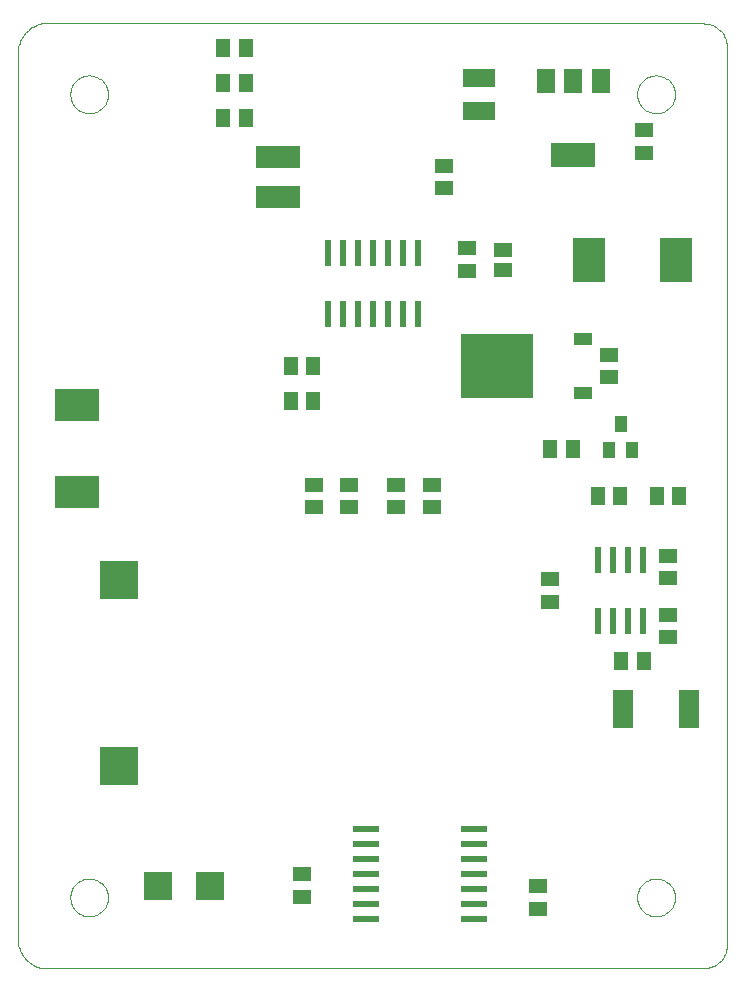
<source format=gtp>
G75*
G70*
%OFA0B0*%
%FSLAX24Y24*%
%IPPOS*%
%LPD*%
%AMOC8*
5,1,8,0,0,1.08239X$1,22.5*
%
%ADD10C,0.0000*%
%ADD11R,0.0591X0.0512*%
%ADD12R,0.0512X0.0591*%
%ADD13R,0.1500X0.0760*%
%ADD14R,0.0236X0.0866*%
%ADD15R,0.0866X0.0236*%
%ADD16R,0.1260X0.1260*%
%ADD17R,0.2441X0.2126*%
%ADD18R,0.0630X0.0394*%
%ADD19R,0.0394X0.0551*%
%ADD20R,0.0709X0.1260*%
%ADD21R,0.0591X0.0787*%
%ADD22R,0.1496X0.0787*%
%ADD23R,0.1102X0.1496*%
%ADD24R,0.1496X0.1102*%
%ADD25R,0.1063X0.0630*%
%ADD26R,0.0945X0.0945*%
D10*
X015719Y008027D02*
X015719Y037160D01*
X015718Y037160D02*
X015708Y037220D01*
X015702Y037280D01*
X015699Y037341D01*
X015700Y037401D01*
X015704Y037462D01*
X015713Y037522D01*
X015724Y037581D01*
X015740Y037640D01*
X015759Y037698D01*
X015781Y037754D01*
X015807Y037809D01*
X015836Y037862D01*
X015868Y037914D01*
X015903Y037963D01*
X015941Y038011D01*
X015982Y038055D01*
X016025Y038098D01*
X016071Y038137D01*
X016119Y038174D01*
X016170Y038208D01*
X016222Y038238D01*
X016276Y038266D01*
X016332Y038290D01*
X016389Y038311D01*
X016447Y038328D01*
X016506Y038342D01*
X038553Y038342D01*
X038553Y038341D02*
X038607Y038339D01*
X038660Y038334D01*
X038713Y038325D01*
X038765Y038312D01*
X038817Y038296D01*
X038867Y038276D01*
X038915Y038253D01*
X038962Y038226D01*
X039007Y038197D01*
X039050Y038164D01*
X039090Y038129D01*
X039128Y038091D01*
X039163Y038051D01*
X039196Y038008D01*
X039225Y037963D01*
X039252Y037916D01*
X039275Y037868D01*
X039295Y037818D01*
X039311Y037766D01*
X039324Y037714D01*
X039333Y037661D01*
X039338Y037608D01*
X039340Y037554D01*
X039341Y037554D02*
X039341Y007633D01*
X039340Y007633D02*
X039338Y007579D01*
X039333Y007526D01*
X039324Y007473D01*
X039311Y007421D01*
X039295Y007369D01*
X039275Y007319D01*
X039252Y007271D01*
X039225Y007224D01*
X039196Y007179D01*
X039163Y007136D01*
X039128Y007096D01*
X039090Y007058D01*
X039050Y007023D01*
X039007Y006990D01*
X038962Y006961D01*
X038915Y006934D01*
X038867Y006911D01*
X038817Y006891D01*
X038765Y006875D01*
X038713Y006862D01*
X038660Y006853D01*
X038607Y006848D01*
X038553Y006846D01*
X016506Y006846D01*
X016506Y006845D02*
X016447Y006859D01*
X016389Y006876D01*
X016332Y006897D01*
X016276Y006921D01*
X016222Y006949D01*
X016170Y006979D01*
X016119Y007013D01*
X016071Y007050D01*
X016025Y007089D01*
X015982Y007132D01*
X015941Y007176D01*
X015903Y007224D01*
X015868Y007273D01*
X015836Y007325D01*
X015807Y007378D01*
X015781Y007433D01*
X015759Y007489D01*
X015740Y007547D01*
X015724Y007606D01*
X015713Y007665D01*
X015704Y007725D01*
X015700Y007786D01*
X015699Y007846D01*
X015702Y007907D01*
X015708Y007967D01*
X015718Y008027D01*
X017451Y009208D02*
X017453Y009258D01*
X017459Y009308D01*
X017469Y009357D01*
X017483Y009405D01*
X017500Y009452D01*
X017521Y009497D01*
X017546Y009541D01*
X017574Y009582D01*
X017606Y009621D01*
X017640Y009658D01*
X017677Y009692D01*
X017717Y009722D01*
X017759Y009749D01*
X017803Y009773D01*
X017849Y009794D01*
X017896Y009810D01*
X017944Y009823D01*
X017994Y009832D01*
X018043Y009837D01*
X018094Y009838D01*
X018144Y009835D01*
X018193Y009828D01*
X018242Y009817D01*
X018290Y009802D01*
X018336Y009784D01*
X018381Y009762D01*
X018424Y009736D01*
X018465Y009707D01*
X018504Y009675D01*
X018540Y009640D01*
X018572Y009602D01*
X018602Y009562D01*
X018629Y009519D01*
X018652Y009475D01*
X018671Y009429D01*
X018687Y009381D01*
X018699Y009332D01*
X018707Y009283D01*
X018711Y009233D01*
X018711Y009183D01*
X018707Y009133D01*
X018699Y009084D01*
X018687Y009035D01*
X018671Y008987D01*
X018652Y008941D01*
X018629Y008897D01*
X018602Y008854D01*
X018572Y008814D01*
X018540Y008776D01*
X018504Y008741D01*
X018465Y008709D01*
X018424Y008680D01*
X018381Y008654D01*
X018336Y008632D01*
X018290Y008614D01*
X018242Y008599D01*
X018193Y008588D01*
X018144Y008581D01*
X018094Y008578D01*
X018043Y008579D01*
X017994Y008584D01*
X017944Y008593D01*
X017896Y008606D01*
X017849Y008622D01*
X017803Y008643D01*
X017759Y008667D01*
X017717Y008694D01*
X017677Y008724D01*
X017640Y008758D01*
X017606Y008795D01*
X017574Y008834D01*
X017546Y008875D01*
X017521Y008919D01*
X017500Y008964D01*
X017483Y009011D01*
X017469Y009059D01*
X017459Y009108D01*
X017453Y009158D01*
X017451Y009208D01*
X036349Y009208D02*
X036351Y009258D01*
X036357Y009308D01*
X036367Y009357D01*
X036381Y009405D01*
X036398Y009452D01*
X036419Y009497D01*
X036444Y009541D01*
X036472Y009582D01*
X036504Y009621D01*
X036538Y009658D01*
X036575Y009692D01*
X036615Y009722D01*
X036657Y009749D01*
X036701Y009773D01*
X036747Y009794D01*
X036794Y009810D01*
X036842Y009823D01*
X036892Y009832D01*
X036941Y009837D01*
X036992Y009838D01*
X037042Y009835D01*
X037091Y009828D01*
X037140Y009817D01*
X037188Y009802D01*
X037234Y009784D01*
X037279Y009762D01*
X037322Y009736D01*
X037363Y009707D01*
X037402Y009675D01*
X037438Y009640D01*
X037470Y009602D01*
X037500Y009562D01*
X037527Y009519D01*
X037550Y009475D01*
X037569Y009429D01*
X037585Y009381D01*
X037597Y009332D01*
X037605Y009283D01*
X037609Y009233D01*
X037609Y009183D01*
X037605Y009133D01*
X037597Y009084D01*
X037585Y009035D01*
X037569Y008987D01*
X037550Y008941D01*
X037527Y008897D01*
X037500Y008854D01*
X037470Y008814D01*
X037438Y008776D01*
X037402Y008741D01*
X037363Y008709D01*
X037322Y008680D01*
X037279Y008654D01*
X037234Y008632D01*
X037188Y008614D01*
X037140Y008599D01*
X037091Y008588D01*
X037042Y008581D01*
X036992Y008578D01*
X036941Y008579D01*
X036892Y008584D01*
X036842Y008593D01*
X036794Y008606D01*
X036747Y008622D01*
X036701Y008643D01*
X036657Y008667D01*
X036615Y008694D01*
X036575Y008724D01*
X036538Y008758D01*
X036504Y008795D01*
X036472Y008834D01*
X036444Y008875D01*
X036419Y008919D01*
X036398Y008964D01*
X036381Y009011D01*
X036367Y009059D01*
X036357Y009108D01*
X036351Y009158D01*
X036349Y009208D01*
X036349Y035979D02*
X036351Y036029D01*
X036357Y036079D01*
X036367Y036128D01*
X036381Y036176D01*
X036398Y036223D01*
X036419Y036268D01*
X036444Y036312D01*
X036472Y036353D01*
X036504Y036392D01*
X036538Y036429D01*
X036575Y036463D01*
X036615Y036493D01*
X036657Y036520D01*
X036701Y036544D01*
X036747Y036565D01*
X036794Y036581D01*
X036842Y036594D01*
X036892Y036603D01*
X036941Y036608D01*
X036992Y036609D01*
X037042Y036606D01*
X037091Y036599D01*
X037140Y036588D01*
X037188Y036573D01*
X037234Y036555D01*
X037279Y036533D01*
X037322Y036507D01*
X037363Y036478D01*
X037402Y036446D01*
X037438Y036411D01*
X037470Y036373D01*
X037500Y036333D01*
X037527Y036290D01*
X037550Y036246D01*
X037569Y036200D01*
X037585Y036152D01*
X037597Y036103D01*
X037605Y036054D01*
X037609Y036004D01*
X037609Y035954D01*
X037605Y035904D01*
X037597Y035855D01*
X037585Y035806D01*
X037569Y035758D01*
X037550Y035712D01*
X037527Y035668D01*
X037500Y035625D01*
X037470Y035585D01*
X037438Y035547D01*
X037402Y035512D01*
X037363Y035480D01*
X037322Y035451D01*
X037279Y035425D01*
X037234Y035403D01*
X037188Y035385D01*
X037140Y035370D01*
X037091Y035359D01*
X037042Y035352D01*
X036992Y035349D01*
X036941Y035350D01*
X036892Y035355D01*
X036842Y035364D01*
X036794Y035377D01*
X036747Y035393D01*
X036701Y035414D01*
X036657Y035438D01*
X036615Y035465D01*
X036575Y035495D01*
X036538Y035529D01*
X036504Y035566D01*
X036472Y035605D01*
X036444Y035646D01*
X036419Y035690D01*
X036398Y035735D01*
X036381Y035782D01*
X036367Y035830D01*
X036357Y035879D01*
X036351Y035929D01*
X036349Y035979D01*
X017451Y035979D02*
X017453Y036029D01*
X017459Y036079D01*
X017469Y036128D01*
X017483Y036176D01*
X017500Y036223D01*
X017521Y036268D01*
X017546Y036312D01*
X017574Y036353D01*
X017606Y036392D01*
X017640Y036429D01*
X017677Y036463D01*
X017717Y036493D01*
X017759Y036520D01*
X017803Y036544D01*
X017849Y036565D01*
X017896Y036581D01*
X017944Y036594D01*
X017994Y036603D01*
X018043Y036608D01*
X018094Y036609D01*
X018144Y036606D01*
X018193Y036599D01*
X018242Y036588D01*
X018290Y036573D01*
X018336Y036555D01*
X018381Y036533D01*
X018424Y036507D01*
X018465Y036478D01*
X018504Y036446D01*
X018540Y036411D01*
X018572Y036373D01*
X018602Y036333D01*
X018629Y036290D01*
X018652Y036246D01*
X018671Y036200D01*
X018687Y036152D01*
X018699Y036103D01*
X018707Y036054D01*
X018711Y036004D01*
X018711Y035954D01*
X018707Y035904D01*
X018699Y035855D01*
X018687Y035806D01*
X018671Y035758D01*
X018652Y035712D01*
X018629Y035668D01*
X018602Y035625D01*
X018572Y035585D01*
X018540Y035547D01*
X018504Y035512D01*
X018465Y035480D01*
X018424Y035451D01*
X018381Y035425D01*
X018336Y035403D01*
X018290Y035385D01*
X018242Y035370D01*
X018193Y035359D01*
X018144Y035352D01*
X018094Y035349D01*
X018043Y035350D01*
X017994Y035355D01*
X017944Y035364D01*
X017896Y035377D01*
X017849Y035393D01*
X017803Y035414D01*
X017759Y035438D01*
X017717Y035465D01*
X017677Y035495D01*
X017640Y035529D01*
X017606Y035566D01*
X017574Y035605D01*
X017546Y035646D01*
X017521Y035690D01*
X017500Y035735D01*
X017483Y035782D01*
X017469Y035830D01*
X017459Y035879D01*
X017453Y035929D01*
X017451Y035979D01*
D11*
X025561Y022968D03*
X025561Y022220D03*
X026742Y022220D03*
X026742Y022968D03*
X028317Y022968D03*
X028317Y022220D03*
X029498Y022220D03*
X029498Y022968D03*
X033435Y019818D03*
X033435Y019070D03*
X037372Y018637D03*
X037372Y017889D03*
X037372Y019857D03*
X037372Y020605D03*
X035404Y026550D03*
X035404Y027298D03*
X031860Y030133D03*
X031860Y030802D03*
X030679Y030842D03*
X030679Y030094D03*
X029892Y032849D03*
X029892Y033598D03*
X036585Y034031D03*
X036585Y034779D03*
X033042Y009582D03*
X033042Y008834D03*
X025168Y009227D03*
X025168Y009975D03*
D12*
X035817Y017082D03*
X036565Y017082D03*
X036998Y022594D03*
X037746Y022594D03*
X035778Y022594D03*
X035030Y022594D03*
X034203Y024168D03*
X033455Y024168D03*
X025542Y025743D03*
X024794Y025743D03*
X024794Y026924D03*
X025542Y026924D03*
X023298Y035192D03*
X022549Y035192D03*
X022549Y036373D03*
X023298Y036373D03*
X023298Y037515D03*
X022549Y037515D03*
D13*
X024380Y033893D03*
X024380Y032554D03*
D14*
X026030Y030704D03*
X026530Y030704D03*
X027030Y030704D03*
X027530Y030704D03*
X028030Y030704D03*
X028530Y030704D03*
X029030Y030704D03*
X029030Y028657D03*
X028530Y028657D03*
X028030Y028657D03*
X027530Y028657D03*
X027030Y028657D03*
X026530Y028657D03*
X026030Y028657D03*
X035048Y020468D03*
X035548Y020468D03*
X036048Y020468D03*
X036548Y020468D03*
X036548Y018420D03*
X036048Y018420D03*
X035548Y018420D03*
X035048Y018420D03*
D15*
X030916Y011495D03*
X030916Y010995D03*
X030916Y010495D03*
X030916Y009995D03*
X030916Y009495D03*
X030916Y008995D03*
X030916Y008495D03*
X027294Y008495D03*
X027294Y008995D03*
X027294Y009495D03*
X027294Y009995D03*
X027294Y010495D03*
X027294Y010995D03*
X027294Y011495D03*
D16*
X019065Y013578D03*
X019065Y019798D03*
D17*
X031664Y026924D03*
D18*
X034538Y026027D03*
X034538Y027822D03*
D19*
X035798Y024995D03*
X036172Y024129D03*
X035423Y024129D03*
D20*
X035876Y015507D03*
X038081Y015507D03*
D21*
X035128Y036432D03*
X034223Y036432D03*
X033317Y036432D03*
D22*
X034223Y033952D03*
D23*
X034735Y030468D03*
X037648Y030468D03*
D24*
X017687Y025625D03*
X017687Y022712D03*
D25*
X031073Y035428D03*
X031073Y036531D03*
D26*
X022097Y009601D03*
X020364Y009601D03*
M02*

</source>
